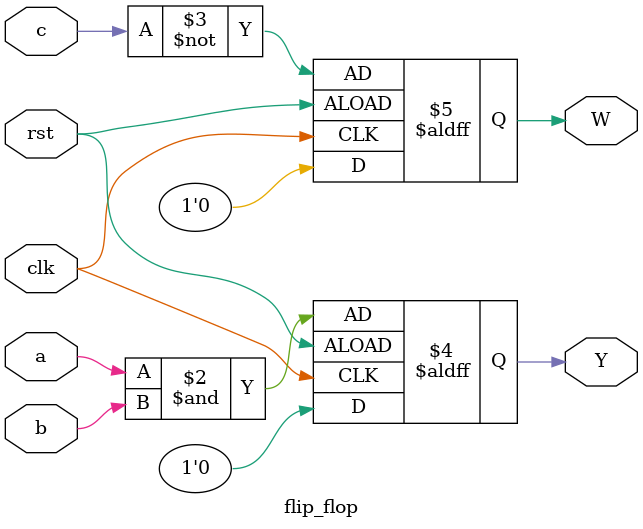
<source format=v>
module flip_flop(
  input clk, rst,
  input a, b, c,
  output Y, W
);
  
  always @(posedge clk or negedge rst) begin
    if(rst) begin
      Y = 0;
      W = 0;
    end
    else begin
      Y = a & b;
      W = ~c;
    end
  end
endmodule
</source>
